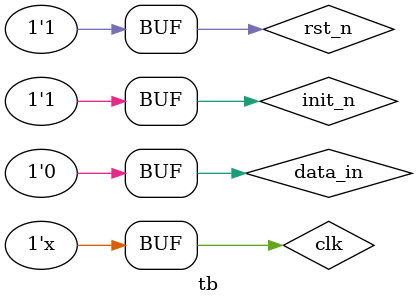
<source format=v>
`timescale 1ns/1ps
module tb;
  parameter reg_event = 1;

  reg clk, rst_n, init_n;
  reg data_in;

  wire edge_detect;

  edge_detect #(
      .reg_event ( reg_event ))
  u_edge_detect (
      .clk                   ( clk      ),
      .rst_n                 ( rst_n    ),
      .init_n                ( init_n   ),
      .data_in                 ( data_in    ),

      .edge_out                ( edge_out   )
  );

  initial begin
    clk = 1'b0;
    rst_n = 1'b0;
    init_n = 1'b0;
    data_in = 1'b0;
    #1;
    rst_n = 1'b1;
    #1;
    init_n = 1'b1;
    #1;
    data_in = 1'b1;
    #1;
    data_in = 1'b0;
    #5;
    data_in = 1'b1;
    #5;
    data_in = 1'b0;
    #5;
    data_in = 1'b1;
    #5;
    data_in = 1'b0;
    #1;
  end

  always #0.5 clk = ~clk;

endmodule
</source>
